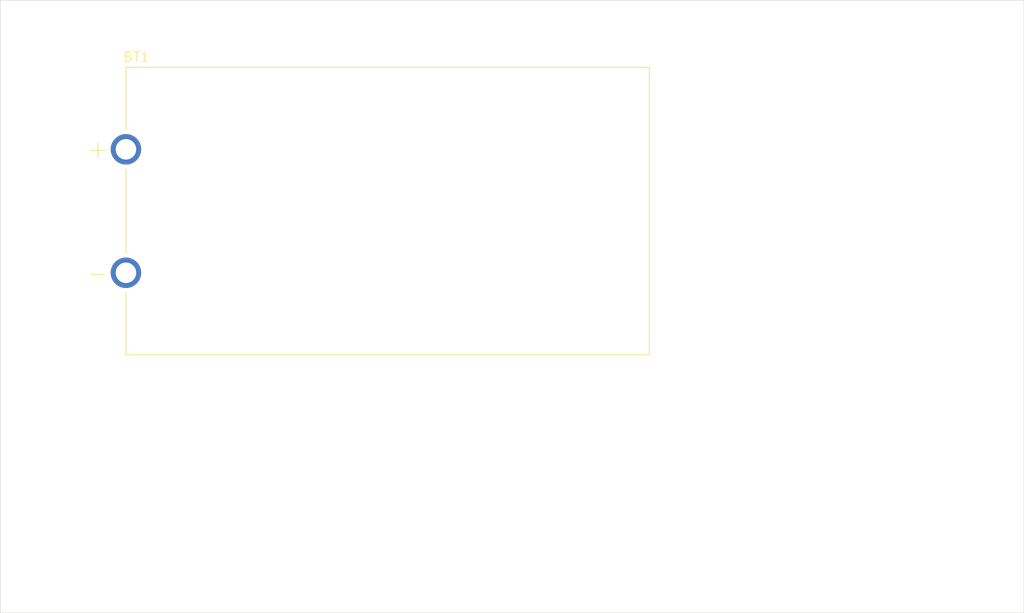
<source format=kicad_pcb>
(kicad_pcb (version 20240108) (generator "pcbnew") (generator_version "8.0")
  (layers (0 "F.Cu" signal) (31 "B.Cu" signal) (34 "B.Paste" user) (35 "F.Paste" user) (36 "B.SilkS" user "B.Silkscreen") (37 "F.SilkS" user "F.Silkscreen") (38 "B.Mask" user) (39 "F.Mask" user) (44 "Edge.Cuts" user))
  (net 0 "")
  (footprint "Battery Holder (Horizontal):BAT_1294" (layer "F.Cu") (at 72.655 50.985)
    (property "Reference" "BT1" (at -25.8475 -15.835 0) (layer "F.SilkS"))
    (property "Value" "1294")
    (fp_line (start -30.56 -6.23) (end -29.06 -6.23) (stroke (width 0.127)) (layer "F.SilkS"))
    (fp_line (start -30.56 6.52) (end -29.06 6.52) (stroke (width 0.127)) (layer "F.SilkS"))
    (fp_line (start -29.81 -5.48) (end -29.81 -6.98) (stroke (width 0.127)) (layer "F.SilkS"))
    (fp_line (start -26.925 -14.785) (end 26.925 -14.785) (stroke (width 0.127)) (layer "F.SilkS"))
    (fp_line (start -26.925 -8.35) (end -26.925 -14.785) (stroke (width 0.127)) (layer "F.SilkS"))
    (fp_line (start -26.925 -4.3) (end -26.925 4.3) (stroke (width 0.127)) (layer "F.SilkS"))
    (fp_line (start -26.925 14.785) (end -26.925 8.35) (stroke (width 0.127)) (layer "F.SilkS"))
    (fp_line (start 26.925 -14.785) (end 26.925 14.785) (stroke (width 0.127)) (layer "F.SilkS"))
    (fp_line (start 26.925 14.785) (end -26.925 14.785) (stroke (width 0.127)) (layer "F.SilkS"))
    (pad "" np_thru_hole circle (at -11.685 -11.915) (size 3.45 3.45) (drill 3.45) (layers "*.Cu" "*.Mask"))
    (pad "" np_thru_hole circle (at -11.685 11.915) (size 3.45 3.45) (drill 3.45) (layers "*.Cu" "*.Mask"))
    (pad "" np_thru_hole circle (at 10.545 -11.915) (size 3.45 3.45) (drill 3.45) (layers "*.Cu" "*.Mask"))
    (pad "" np_thru_hole circle (at 10.545 11.915) (size 3.45 3.45) (drill 3.45) (layers "*.Cu" "*.Mask"))
    (pad "N" thru_hole circle (at -26.925 6.35) (size 3.126 3.126) (drill 2.11) (layers "*.Cu" "*.Mask"))
    (pad "P" thru_hole circle (at -26.925 -6.35) (size 3.126 3.126) (drill 2.11) (layers "*.Cu" "*.Mask"))
  )
  (gr_rect (start 32.8 29.3) (end 138.1 92.3) (stroke (width 0.05)) (fill none) (layer "Edge.Cuts"))
)
</source>
